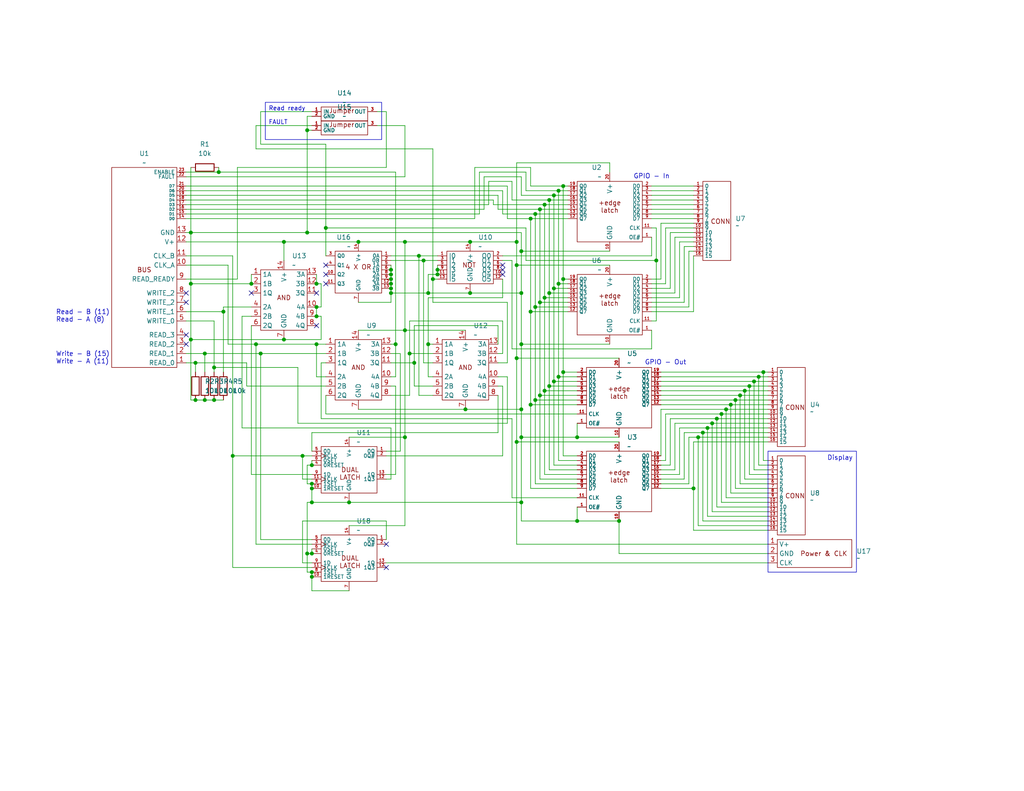
<source format=kicad_sch>
(kicad_sch (version 20231120) (generator "eeschema") (generator_version "8.0")
  (paper "USLetter")
  (lib_symbols
    (symbol "Device:R" (pin_numbers hide) (pin_names (offset 0))
      (property "Reference" "R" (at 2.032 0 90))
      (property "Value" "R" (at 0 0 90))
      (symbol "R_0_1"
        (rectangle (start -1.016 -2.54) (end 1.016 2.54) (stroke (width 0.254)))
      )
      (symbol "R_1_1"
        (pin passive line (at 0 3.81 270) (length 1.27) (name "~") (number "1"))
        (pin passive line (at 0 -3.81 90) (length 1.27) (name "~") (number "2"))
      )
    )
    (symbol "custom_symbol_lib:6xNOT"
      (property "Reference" "U" (at -2.032 -1.016 0))
      (symbol "6xNOT_0_1"
        (rectangle (start -6.35 5.08) (end 6.35 -3.81))
      )
      (symbol "6xNOT_1_1"
        (text "NOT" (at -0.254 1.27 0) (effects (font (size 1.27 1.27))))
        (pin input line (at -8.89 3.81 0) (length 2.54) (name "I0") (number "1"))
        (pin output line (at 8.89 -1.27 180) (length 2.54) (name "O4") (number "10"))
        (pin input line (at -8.89 -1.27 0) (length 2.54) (name "I4") (number "11"))
        (pin output line (at 8.89 -2.54 180) (length 2.54) (name "O5") (number "12"))
        (pin input line (at -8.89 -2.54 0) (length 2.54) (name "I5") (number "13"))
        (pin power_in line (at 0 7.62 270) (length 2.54) (name "V+") (number "14"))
        (pin output line (at 8.89 3.81 180) (length 2.54) (name "O0") (number "2"))
        (pin input line (at -8.89 2.54 0) (length 2.54) (name "I1") (number "3"))
        (pin output line (at 8.89 2.54 180) (length 2.54) (name "O1") (number "4"))
        (pin input line (at -8.89 1.27 0) (length 2.54) (name "I2") (number "5"))
        (pin output line (at 8.89 1.27 180) (length 2.54) (name "O2") (number "6"))
        (pin power_in line (at 0 -6.35 90) (length 2.54) (name "GND") (number "7"))
        (pin output line (at 8.89 0 180) (length 2.54) (name "03") (number "8"))
        (pin input line (at -8.89 0 0) (length 2.54) (name "I3") (number "9"))
      )
    )
    (symbol "custom_symbol_lib:bus_edge_connector"
      (property "Reference" "U" (at 0 -1.27 0))
      (symbol "bus_edge_connector_0_1"
        (rectangle (start -8.89 27.94) (end 8.89 -26.67))
      )
      (symbol "bus_edge_connector_1_1"
        (text "BUS" (at 0 1.27 0) (effects (font (size 1.27 1.27))))
        (pin bidirectional line (at -11.43 26.67 0) (length 2.54) (name "READ_0") (number "1"))
        (pin bidirectional line (at -11.43 0 0) (length 2.54) (name "CLK_A") (number "10"))
        (pin bidirectional line (at -11.43 -2.54 0) (length 2.54) (name "CLK_B") (number "11"))
        (pin power_out line (at -11.43 -6.35 0) (length 2.54) (name "V+") (number "12"))
        (pin power_out line (at -11.43 -8.89 0) (length 2.54) (name "GND") (number "13"))
        (pin bidirectional line (at -11.43 -12.7 0) (length 2.54) (name "D0") (number "14"))
        (pin bidirectional line (at -11.43 -13.97 0) (length 2.54) (name "D1") (number "15"))
        (pin bidirectional line (at -11.43 -15.24 0) (length 2.54) (name "D2") (number "16"))
        (pin bidirectional line (at -11.43 -16.51 0) (length 2.54) (name "D3") (number "17"))
        (pin bidirectional line (at -11.43 -17.78 0) (length 2.54) (name "D4") (number "18"))
        (pin bidirectional line (at -11.43 -19.05 0) (length 2.54) (name "D5") (number "19"))
        (pin bidirectional line (at -11.43 24.13 0) (length 2.54) (name "READ_1") (number "2"))
        (pin bidirectional line (at -11.43 -20.32 0) (length 2.54) (name "D6") (number "20"))
        (pin bidirectional line (at -11.43 -21.59 0) (length 2.54) (name "D7") (number "21"))
        (pin bidirectional line (at -11.43 -24.13 0) (length 2.54) (name "FAULT") (number "22"))
        (pin bidirectional line (at -11.43 -25.4 0) (length 2.54) (name "ENABLE") (number "23"))
        (pin bidirectional line (at -11.43 21.59 0) (length 2.54) (name "READ_2") (number "3"))
        (pin bidirectional line (at -11.43 19.05 0) (length 2.54) (name "READ_3") (number "4"))
        (pin bidirectional line (at -11.43 15.24 0) (length 2.54) (name "WRITE_0") (number "5"))
        (pin bidirectional line (at -11.43 12.7 0) (length 2.54) (name "WRITE_1") (number "6"))
        (pin bidirectional line (at -11.43 10.16 0) (length 2.54) (name "WRITE_2") (number "7"))
        (pin bidirectional line (at -11.43 7.62 0) (length 2.54) (name "WRITE_2") (number "8"))
        (pin bidirectional line (at -11.43 3.81 0) (length 2.54) (name "READ_READY") (number "9"))
      )
    )
    (symbol "custom_symbol_lib:connector_16_bit"
      (property "Reference" "U" (at 3.048 -2.032 0))
      (symbol "connector_16_bit_0_1"
        (rectangle (start -1.27 11.43) (end 6.35 -10.16))
      )
      (symbol "connector_16_bit_1_1"
        (text "CONN" (at 3.556 0.508 0) (effects (font (size 1.27 1.27))))
        (pin input line (at -3.81 10.16 0) (length 2.54) (name "0") (number "1"))
        (pin input line (at -3.81 -1.27 0) (length 2.54) (name "9") (number "10"))
        (pin input line (at -3.81 -2.54 0) (length 2.54) (name "10") (number "11"))
        (pin input line (at -3.81 -3.81 0) (length 2.54) (name "11") (number "12"))
        (pin input line (at -3.81 -5.08 0) (length 2.54) (name "12") (number "13"))
        (pin input line (at -3.81 -6.35 0) (length 2.54) (name "13") (number "14"))
        (pin input line (at -3.81 -7.62 0) (length 2.54) (name "14") (number "15"))
        (pin input line (at -3.81 -8.89 0) (length 2.54) (name "15") (number "16"))
        (pin input line (at -3.81 8.89 0) (length 2.54) (name "1") (number "2"))
        (pin input line (at -3.81 7.62 0) (length 2.54) (name "2") (number "3"))
        (pin input line (at -3.81 6.35 0) (length 2.54) (name "3") (number "4"))
        (pin input line (at -3.81 5.08 0) (length 2.54) (name "4") (number "5"))
        (pin input line (at -3.81 3.81 0) (length 2.54) (name "5") (number "6"))
        (pin input line (at -3.81 2.54 0) (length 2.54) (name "6") (number "7"))
        (pin input line (at -3.81 1.27 0) (length 2.54) (name "7") (number "8"))
        (pin input line (at -3.81 0 0) (length 2.54) (name "8") (number "9"))
      )
    )
    (symbol "custom_symbol_lib:dual_latch"
      (property "Reference" "U" (at 4.572 -5.08 0))
      (symbol "dual_latch_0_1"
        (rectangle (start -7.62 6.35) (end 7.62 -6.35))
      )
      (symbol "dual_latch_1_1"
        (text "DUAL\nLATCH" (at 0.254 -1.016 0) (effects (font (size 1.27 1.27))))
        (pin output line (at 10.16 5.08 180) (length 2.54) (name "0Q") (number "1"))
        (pin input line (at -10.16 -5.08 0) (length 2.54) (name "1RESET") (number "10"))
        (pin input clock (at -10.16 -2.54 0) (length 2.54) (name "1CLK") (number "11"))
        (pin output line (at 10.16 -2.54 180) (length 2.54) (name "1Q3") (number "12"))
        (pin output line (at 10.16 -1.27 180) (length 2.54) (name "1Q") (number "13"))
        (pin power_in line (at 0 8.89 270) (length 2.54) (name "V+") (number "14"))
        (pin output line (at 10.16 3.81 180) (length 2.54) (name "0Q#") (number "2"))
        (pin input clock (at -10.16 3.81 0) (length 2.54) (name "0CLK") (number "3"))
        (pin input line (at -10.16 1.27 0) (length 2.54) (name "0RESET") (number "4"))
        (pin input line (at -10.16 5.08 0) (length 2.54) (name "0D") (number "5"))
        (pin input line (at -10.16 2.54 0) (length 2.54) (name "0SET") (number "6"))
        (pin power_in line (at 0 -8.89 90) (length 2.54) (name "GND") (number "7"))
        (pin input line (at -10.16 -3.81 0) (length 2.54) (name "1SET") (number "8"))
        (pin input line (at -10.16 -1.27 0) (length 2.54) (name "1D") (number "9"))
      )
    )
    (symbol "custom_symbol_lib:jumper"
      (property "Reference" "U" (at -1.016 -1.524 0))
      (symbol "jumper_1_1"
        (rectangle (start -6.35 1.27) (end 6.35 -2.54))
        (text "Jumper" (at -0.762 0.254 0) (effects (font (size 1.27 1.27))))
        (pin input line (at -8.89 0 0) (length 2.54) (name "IN") (number "1"))
        (pin power_in line (at -8.89 -1.27 0) (length 2.54) (name "GND") (number "2"))
        (pin output line (at 8.89 0 180) (length 2.54) (name "OUT") (number "3"))
      )
    )
    (symbol "custom_symbol_lib:power_and_clk"
      (property "Reference" "U" (at 8.128 -2.286 0))
      (symbol "power_and_clk_0_1"
        (rectangle (start -8.89 3.81) (end 11.43 -3.81))
      )
      (symbol "power_and_clk_1_1"
        (text "Power & CLK" (at 3.81 0 0) (effects (font (size 1.27 1.27))))
        (pin power_in line (at -11.43 2.54 0) (length 2.54) (name "V+") (number "1"))
        (pin power_in line (at -11.43 0 0) (length 2.54) (name "GND") (number "2"))
        (pin bidirectional line (at -11.43 -2.54 0) (length 2.54) (name "CLK") (number "3"))
      )
    )
    (symbol "custom_symbol_lib:quad_OR"
      (property "Reference" "U" (at 0 0 0))
      (symbol "quad_OR_0_1"
        (rectangle (start -6.35 6.35) (end 6.35 -5.08))
      )
      (symbol "quad_OR_1_1"
        (text "4 X OR" (at 0 2.032 0) (effects (font (size 1.27 1.27))))
        (pin input line (at -8.89 5.08 0) (length 2.54) (name "0A") (number "1"))
        (pin output line (at 8.89 0 180) (length 2.54) (name "Q2") (number "10"))
        (pin output line (at 8.89 -2.54 180) (length 2.54) (name "Q3") (number "11"))
        (pin input line (at -8.89 -2.54 0) (length 2.54) (name "3A") (number "12"))
        (pin input line (at -8.89 -3.81 0) (length 2.54) (name "3B") (number "13"))
        (pin power_in line (at 0 8.89 270) (length 2.54) (name "V+") (number "14"))
        (pin input line (at -8.89 3.81 0) (length 2.54) (name "0B") (number "2"))
        (pin output line (at 8.89 5.08 180) (length 2.54) (name "Q0") (number "3"))
        (pin output line (at 8.89 2.54 180) (length 2.54) (name "Q1") (number "4"))
        (pin input line (at -8.89 2.54 0) (length 2.54) (name "1A") (number "5"))
        (pin input line (at -8.89 1.27 0) (length 2.54) (name "1B") (number "6"))
        (pin power_in line (at 0 -7.62 90) (length 2.54) (name "GND") (number "7"))
        (pin input line (at -8.89 0 0) (length 2.54) (name "2A") (number "8"))
        (pin input line (at -8.89 -1.27 0) (length 2.54) (name "2B") (number "9"))
      )
    )
    (symbol "custom_symbol_lib:quad_and"
      (property "Reference" "U" (at 0 -1.524 0))
      (symbol "quad_and_0_1"
        (rectangle (start -6.35 8.89) (end 6.35 -7.62))
      )
      (symbol "quad_and_1_1"
        (text "AND" (at 0 1.27 0) (effects (font (size 1.27 1.27))))
        (pin input line (at -8.89 7.62 0) (length 2.54) (name "1A") (number "1"))
        (pin input line (at 8.89 -1.27 180) (length 2.54) (name "4A") (number "10"))
        (pin output line (at 8.89 2.54 180) (length 2.54) (name "3Q") (number "11"))
        (pin input line (at 8.89 5.08 180) (length 2.54) (name "3B") (number "12"))
        (pin input line (at 8.89 7.62 180) (length 2.54) (name "3A") (number "13"))
        (pin power_in line (at 0 11.43 270) (length 2.54) (name "V+") (number "14"))
        (pin input line (at -8.89 5.08 0) (length 2.54) (name "1B") (number "2"))
        (pin output line (at -8.89 2.54 0) (length 2.54) (name "1Q") (number "3"))
        (pin input line (at -8.89 -1.27 0) (length 2.54) (name "2A") (number "4"))
        (pin input line (at -8.89 -3.81 0) (length 2.54) (name "2B") (number "5"))
        (pin output line (at -8.89 -6.35 0) (length 2.54) (name "2Q") (number "6"))
        (pin power_in line (at 0 -10.16 90) (length 2.54) (name "GND") (number "7"))
        (pin output line (at 8.89 -6.35 180) (length 2.54) (name "4Q") (number "8"))
        (pin input line (at 8.89 -3.81 180) (length 2.54) (name "4B") (number "9"))
      )
    )
    (symbol "custom_symbol_lib:rising_edge_8_bit_latch"
      (property "Reference" "U" (at 0 -1.016 0))
      (symbol "rising_edge_8_bit_latch_0_1"
        (rectangle (start -8.89 8.89) (end 8.89 -7.62))
      )
      (symbol "rising_edge_8_bit_latch_1_1"
        (text "+edge\nlatch" (at 0 2.032 0) (effects (font (size 1.27 1.27))))
        (pin input line (at -11.43 -6.35 0) (length 2.54) (name "OE#") (number "1"))
        (pin power_in line (at 0 -10.16 90) (length 2.54) (name "GND") (number "10"))
        (pin input line (at -11.43 -3.81 0) (length 2.54) (name "CLK") (number "11"))
        (pin output line (at 11.43 -1.27 180) (length 2.54) (name "Q7") (number "12"))
        (pin output line (at 11.43 0 180) (length 2.54) (name "Q6") (number "13"))
        (pin output line (at 11.43 1.27 180) (length 2.54) (name "Q5") (number "14"))
        (pin output line (at 11.43 2.54 180) (length 2.54) (name "Q4") (number "15"))
        (pin output line (at 11.43 3.81 180) (length 2.54) (name "Q3") (number "16"))
        (pin output line (at 11.43 5.08 180) (length 2.54) (name "Q2") (number "17"))
        (pin output line (at 11.43 6.35 180) (length 2.54) (name "Q1") (number "18"))
        (pin output line (at 11.43 7.62 180) (length 2.54) (name "Q0") (number "19"))
        (pin input line (at -11.43 7.62 0) (length 2.54) (name "D0") (number "2"))
        (pin power_in line (at 0 11.43 270) (length 2.54) (name "V+") (number "20"))
        (pin input line (at -11.43 6.35 0) (length 2.54) (name "D1") (number "3"))
        (pin input line (at -11.43 5.08 0) (length 2.54) (name "D2") (number "4"))
        (pin input line (at -11.43 3.81 0) (length 2.54) (name "D3") (number "5"))
        (pin input line (at -11.43 2.54 0) (length 2.54) (name "D4") (number "6"))
        (pin input line (at -11.43 1.27 0) (length 2.54) (name "D5") (number "7"))
        (pin input line (at -11.43 0 0) (length 2.54) (name "D6") (number "8"))
        (pin input line (at -11.43 -1.27 0) (length 2.54) (name "D7") (number "9"))
      )
    )
  )
  (junction (at 119.38 74.93))
  (junction (at 68.58 77.47))
  (junction (at 151.13 104.14))
  (junction (at 153.67 50.8))
  (junction (at 118.11 76.2))
  (junction (at 59.69 46.99))
  (junction (at 200.66 109.22))
  (junction (at 111.76 96.52))
  (junction (at 69.85 93.98))
  (junction (at 142.24 137.16))
  (junction (at 71.12 96.52))
  (junction (at 148.59 81.28))
  (junction (at 85.09 137.16))
  (junction (at 140.97 97.79))
  (junction (at 147.32 107.95))
  (junction (at 55.88 96.52))
  (junction (at 140.97 120.65))
  (junction (at 106.68 76.2))
  (junction (at 142.24 93.98))
  (junction (at 153.67 76.2))
  (junction (at 152.4 52.07))
  (junction (at 114.3 69.85))
  (junction (at 203.2 106.68))
  (junction (at 149.86 54.61))
  (junction (at 128.27 80.01))
  (junction (at 77.47 92.71))
  (junction (at 157.48 142.24))
  (junction (at 106.68 74.93))
  (junction (at 142.24 111.76))
  (junction (at 189.23 133.35))
  (junction (at 208.28 101.6))
  (junction (at 106.68 78.74))
  (junction (at 149.86 80.01))
  (junction (at 110.49 119.38))
  (junction (at 168.91 142.24))
  (junction (at 58.42 100.33))
  (junction (at 153.67 101.6))
  (junction (at 152.4 77.47))
  (junction (at 85.09 151.13))
  (junction (at 144.78 85.09))
  (junction (at 147.32 57.15))
  (junction (at 52.07 63.5))
  (junction (at 53.34 109.22))
  (junction (at 107.95 93.98))
  (junction (at 148.59 55.88))
  (junction (at 196.85 113.03))
  (junction (at 106.68 77.47))
  (junction (at 201.93 107.95))
  (junction (at 88.9 62.23))
  (junction (at 97.79 66.04))
  (junction (at 86.36 83.82))
  (junction (at 198.12 111.76))
  (junction (at 85.09 156.21))
  (junction (at 142.24 119.38))
  (junction (at 86.36 77.47))
  (junction (at 85.09 127))
  (junction (at 128.27 66.04))
  (junction (at 146.05 58.42))
  (junction (at 53.34 99.06))
  (junction (at 106.68 73.66))
  (junction (at 85.09 157.48))
  (junction (at 190.5 119.38))
  (junction (at 106.68 80.01))
  (junction (at 147.32 82.55))
  (junction (at 151.13 78.74))
  (junction (at 194.31 115.57))
  (junction (at 52.07 92.71))
  (junction (at 60.96 85.09))
  (junction (at 157.48 119.38))
  (junction (at 205.74 104.14))
  (junction (at 115.57 71.12))
  (junction (at 142.24 80.01))
  (junction (at 207.01 102.87))
  (junction (at 77.47 66.04))
  (junction (at 113.03 99.06))
  (junction (at 199.39 110.49))
  (junction (at 85.09 132.08))
  (junction (at 86.36 86.36))
  (junction (at 83.82 63.5))
  (junction (at 86.36 93.98))
  (junction (at 95.25 137.16))
  (junction (at 83.82 151.13))
  (junction (at 127 111.76))
  (junction (at 144.78 59.69))
  (junction (at 152.4 102.87))
  (junction (at 82.55 124.46))
  (junction (at 151.13 53.34))
  (junction (at 140.97 66.04))
  (junction (at 146.05 109.22))
  (junction (at 55.88 109.22))
  (junction (at 204.47 105.41))
  (junction (at 179.07 71.12))
  (junction (at 110.49 90.17))
  (junction (at 83.82 35.56))
  (junction (at 119.38 73.66))
  (junction (at 193.04 116.84))
  (junction (at 110.49 66.04))
  (junction (at 63.5 124.46))
  (junction (at 148.59 106.68))
  (junction (at 149.86 105.41))
  (junction (at 52.07 77.47))
  (junction (at 140.97 72.39))
  (junction (at 58.42 109.22))
  (junction (at 142.24 68.58))
  (junction (at 116.84 93.98))
  (junction (at 191.77 118.11))
  (junction (at 85.09 133.35))
  (junction (at 144.78 110.49))
  (junction (at 116.84 80.01))
  (junction (at 146.05 83.82))
  (junction (at 195.58 114.3))
  (no_connect (at 137.16 74.93))
  (no_connect (at 137.16 72.39))
  (no_connect (at 68.58 80.01))
  (no_connect (at 50.8 82.55))
  (no_connect (at 50.8 80.01))
  (no_connect (at 105.41 148.59))
  (no_connect (at 50.8 93.98))
  (no_connect (at 86.36 88.9))
  (no_connect (at 88.9 74.93))
  (no_connect (at 88.9 77.47))
  (no_connect (at 88.9 72.39))
  (no_connect (at 137.16 73.66))
  (no_connect (at 50.8 91.44))
  (no_connect (at 105.41 154.94))
  (no_connect (at 86.36 80.01))
  (wire (pts (xy 143.51 46.99) (xy 130.81 46.99)))
  (wire (pts (xy 85.09 132.08) (xy 85.09 133.35)))
  (wire (pts (xy 153.67 50.8) (xy 144.78 50.8)))
  (wire (pts (xy 106.68 107.95) (xy 111.76 107.95)))
  (wire (pts (xy 209.55 138.43) (xy 195.58 138.43)))
  (wire (pts (xy 180.34 107.95) (xy 201.93 107.95)))
  (wire (pts (xy 151.13 78.74) (xy 151.13 104.14)))
  (wire (pts (xy 144.78 85.09) (xy 144.78 59.69)))
  (wire (pts (xy 86.36 77.47) (xy 87.63 77.47)))
  (wire (pts (xy 184.15 64.77) (xy 184.15 80.01)))
  (wire (pts (xy 50.8 46.99) (xy 59.69 46.99)))
  (wire (pts (xy 63.5 154.94) (xy 85.09 154.94)))
  (wire (pts (xy 67.31 99.06) (xy 67.31 105.41)))
  (wire (pts (xy 109.22 96.52) (xy 106.68 96.52)))
  (wire (pts (xy 58.42 100.33) (xy 58.42 87.63)))
  (wire (pts (xy 185.42 116.84) (xy 193.04 116.84)))
  (wire (pts (xy 185.42 129.54) (xy 185.42 116.84)))
  (wire (pts (xy 138.43 99.06) (xy 138.43 82.55)))
  (wire (pts (xy 105.41 129.54) (xy 107.95 129.54)))
  (wire (pts (xy 88.9 62.23) (xy 88.9 39.37)))
  (wire (pts (xy 151.13 78.74) (xy 154.94 78.74)))
  (wire (pts (xy 177.8 54.61) (xy 189.23 54.61)))
  (wire (pts (xy 207.01 127) (xy 209.55 127)))
  (wire (pts (xy 191.77 142.24) (xy 209.55 142.24)))
  (wire (pts (xy 135.89 93.98) (xy 135.89 88.9)))
  (wire (pts (xy 58.42 87.63) (xy 50.8 87.63)))
  (wire (pts (xy 191.77 118.11) (xy 191.77 142.24)))
  (wire (pts (xy 147.32 130.81) (xy 147.32 107.95)))
  (wire (pts (xy 107.95 46.99) (xy 107.95 93.98)))
  (wire (pts (xy 180.34 109.22) (xy 200.66 109.22)))
  (wire (pts (xy 105.41 147.32) (xy 105.41 142.24)))
  (wire (pts (xy 143.51 52.07) (xy 143.51 46.99)))
  (wire (pts (xy 186.69 130.81) (xy 180.34 130.81)))
  (wire (pts (xy 106.68 80.01) (xy 106.68 82.55)))
  (wire (pts (xy 146.05 109.22) (xy 157.48 109.22)))
  (wire (pts (xy 106.68 116.84) (xy 66.04 116.84)))
  (wire (pts (xy 82.55 124.46) (xy 85.09 124.46)))
  (wire (pts (xy 82.55 153.67) (xy 85.09 153.67)))
  (wire (pts (xy 195.58 114.3) (xy 209.55 114.3)))
  (wire (pts (xy 149.86 54.61) (xy 139.7 54.61)))
  (wire (pts (xy 177.8 64.77) (xy 177.8 69.85)))
  (wire (pts (xy 152.4 102.87) (xy 157.48 102.87)))
  (wire (pts (xy 149.86 105.41) (xy 157.48 105.41)))
  (wire (pts (xy 146.05 58.42) (xy 154.94 58.42)))
  (wire (pts (xy 133.35 55.88) (xy 50.8 55.88)))
  (wire (pts (xy 203.2 106.68) (xy 209.55 106.68)))
  (wire (pts (xy 140.97 97.79) (xy 140.97 120.65)))
  (wire (pts (xy 189.23 68.58) (xy 187.96 68.58)))
  (wire (pts (xy 50.8 96.52) (xy 55.88 96.52)))
  (wire (pts (xy 148.59 55.88) (xy 148.59 81.28)))
  (wire (pts (xy 152.4 125.73) (xy 152.4 102.87)))
  (wire (pts (xy 194.31 115.57) (xy 184.15 115.57)))
  (wire (pts (xy 135.89 107.95) (xy 135.89 118.11)))
  (wire (pts (xy 181.61 113.03) (xy 181.61 125.73)))
  (wire (pts (xy 166.37 44.45) (xy 166.37 46.99)))
  (wire (pts (xy 157.48 142.24) (xy 168.91 142.24)))
  (wire (pts (xy 195.58 138.43) (xy 195.58 114.3)))
  (wire (pts (xy 200.66 133.35) (xy 200.66 109.22)))
  (wire (pts (xy 116.84 80.01) (xy 128.27 80.01)))
  (wire (pts (xy 207.01 102.87) (xy 207.01 127)))
  (wire (pts (xy 106.68 73.66) (xy 106.68 74.93)))
  (wire (pts (xy 142.24 80.01) (xy 142.24 93.98)))
  (wire (pts (xy 204.47 129.54) (xy 209.55 129.54)))
  (wire (pts (xy 86.36 83.82) (xy 86.36 86.36)))
  (wire (pts (xy 142.24 48.26) (xy 132.08 48.26)))
  (wire (pts (xy 153.67 101.6) (xy 153.67 124.46)))
  (wire (pts (xy 149.86 105.41) (xy 149.86 80.01)))
  (wire (pts (xy 209.55 135.89) (xy 198.12 135.89)))
  (wire (pts (xy 151.13 53.34) (xy 142.24 53.34)))
  (wire (pts (xy 63.5 69.85) (xy 63.5 124.46)))
  (wire (pts (xy 201.93 132.08) (xy 209.55 132.08)))
  (wire (pts (xy 50.8 63.5) (xy 52.07 63.5)))
  (wire (pts (xy 185.42 66.04) (xy 189.23 66.04)))
  (wire (pts (xy 144.78 110.49) (xy 144.78 85.09)))
  (wire (pts (xy 180.34 127) (xy 182.88 127)))
  (wire (pts (xy 67.31 105.41) (xy 88.9 105.41)))
  (wire (pts (xy 85.09 127) (xy 83.82 127)))
  (wire (pts (xy 119.38 73.66) (xy 119.38 74.93)))
  (wire (pts (xy 110.49 48.26) (xy 50.8 48.26)))
  (wire (pts (xy 52.07 63.5) (xy 83.82 63.5)))
  (wire (pts (xy 83.82 63.5) (xy 142.24 63.5)))
  (wire (pts (xy 88.9 39.37) (xy 71.12 39.37)))
  (wire (pts (xy 187.96 119.38) (xy 187.96 132.08)))
  (wire (pts (xy 88.9 62.23) (xy 88.9 69.85)))
  (wire (pts (xy 179.07 71.12) (xy 179.07 62.23)))
  (wire (pts (xy 146.05 83.82) (xy 154.94 83.82)))
  (wire (pts (xy 186.69 82.55) (xy 177.8 82.55)))
  (wire (pts (xy 113.03 105.41) (xy 118.11 105.41)))
  (wire (pts (xy 204.47 105.41) (xy 204.47 129.54)))
  (wire (pts (xy 58.42 100.33) (xy 81.28 100.33)))
  (wire (pts (xy 106.68 130.81) (xy 106.68 116.84)))
  (wire (pts (xy 179.07 62.23) (xy 177.8 62.23)))
  (wire (pts (xy 109.22 123.19) (xy 109.22 96.52)))
  (wire (pts (xy 146.05 132.08) (xy 157.48 132.08)))
  (wire (pts (xy 179.07 71.12) (xy 143.51 71.12)))
  (wire (pts (xy 142.24 142.24) (xy 157.48 142.24)))
  (wire (pts (xy 149.86 54.61) (xy 154.94 54.61)))
  (wire (pts (xy 149.86 128.27) (xy 149.86 105.41)))
  (wire (pts (xy 147.32 107.95) (xy 147.32 82.55)))
  (wire (pts (xy 157.48 128.27) (xy 149.86 128.27)))
  (wire (pts (xy 69.85 40.64) (xy 69.85 34.29)))
  (wire (pts (xy 148.59 106.68) (xy 157.48 106.68)))
  (wire (pts (xy 152.4 77.47) (xy 154.94 77.47)))
  (wire (pts (xy 177.8 81.28) (xy 185.42 81.28)))
  (wire (pts (xy 62.23 93.98) (xy 69.85 93.98)))
  (wire (pts (xy 107.95 102.87) (xy 106.68 102.87)))
  (wire (pts (xy 128.27 66.04) (xy 140.97 66.04)))
  (wire (pts (xy 137.16 58.42) (xy 137.16 52.07)))
  (wire (pts (xy 142.24 53.34) (xy 142.24 48.26)))
  (wire (pts (xy 153.67 50.8) (xy 154.94 50.8)))
  (wire (pts (xy 142.24 93.98) (xy 142.24 111.76)))
  (wire (pts (xy 191.77 118.11) (xy 186.69 118.11)))
  (wire (pts (xy 95.25 143.51) (xy 110.49 143.51)))
  (wire (pts (xy 146.05 109.22) (xy 146.05 132.08)))
  (wire (pts (xy 81.28 115.57) (xy 138.43 115.57)))
  (wire (pts (xy 137.16 81.28) (xy 116.84 81.28)))
  (wire (pts (xy 60.96 85.09) (xy 60.96 101.6)))
  (wire (pts (xy 142.24 93.98) (xy 166.37 93.98)))
  (wire (pts (xy 106.68 69.85) (xy 114.3 69.85)))
  (wire (pts (xy 143.51 62.23) (xy 88.9 62.23)))
  (wire (pts (xy 209.55 148.59) (xy 140.97 148.59)))
  (wire (pts (xy 58.42 109.22) (xy 55.88 109.22)))
  (wire (pts (xy 68.58 83.82) (xy 60.96 83.82)))
  (wire (pts (xy 114.3 107.95) (xy 118.11 107.95)))
  (wire (pts (xy 107.95 93.98) (xy 107.95 102.87)))
  (wire (pts (xy 138.43 50.8) (xy 50.8 50.8)))
  (wire (pts (xy 144.78 50.8) (xy 144.78 45.72)))
  (wire (pts (xy 87.63 77.47) (xy 87.63 83.82)))
  (wire (pts (xy 63.5 124.46) (xy 82.55 124.46)))
  (wire (pts (xy 118.11 40.64) (xy 118.11 76.2)))
  (wire (pts (xy 149.86 80.01) (xy 149.86 54.61)))
  (wire (pts (xy 97.79 66.04) (xy 110.49 66.04)))
  (wire (pts (xy 177.8 55.88) (xy 189.23 55.88)))
  (wire (pts (xy 148.59 106.68) (xy 148.59 129.54)))
  (wire (pts (xy 105.41 153.67) (xy 209.55 153.67)))
  (wire (pts (xy 53.34 99.06) (xy 67.31 99.06)))
  (wire (pts (xy 205.74 104.14) (xy 209.55 104.14)))
  (wire (pts (xy 189.23 144.78) (xy 189.23 133.35)))
  (wire (pts (xy 147.32 82.55) (xy 147.32 57.15)))
  (wire (pts (xy 83.82 156.21) (xy 85.09 156.21)))
  (wire (pts (xy 157.48 125.73) (xy 152.4 125.73)))
  (wire (pts (xy 102.87 34.29) (xy 110.49 34.29)))
  (wire (pts (xy 106.68 77.47) (xy 106.68 78.74)))
  (wire (pts (xy 209.55 130.81) (xy 203.2 130.81)))
  (wire (pts (xy 157.48 133.35) (xy 144.78 133.35)))
  (wire (pts (xy 177.8 69.85) (xy 137.16 69.85)))
  (wire (pts (xy 142.24 119.38) (xy 142.24 137.16)))
  (wire (pts (xy 199.39 110.49) (xy 199.39 134.62)))
  (wire (pts (xy 129.54 59.69) (xy 50.8 59.69)))
  (wire (pts (xy 83.82 127) (xy 83.82 132.08)))
  (wire (pts (xy 88.9 107.95) (xy 88.9 113.03)))
  (wire (pts (xy 180.34 104.14) (xy 205.74 104.14)))
  (wire (pts (xy 110.49 90.17) (xy 110.49 119.38)))
  (wire (pts (xy 209.55 133.35) (xy 200.66 133.35)))
  (wire (pts (xy 87.63 92.71) (xy 77.47 92.71)))
  (wire (pts (xy 147.32 57.15) (xy 154.94 57.15)))
  (wire (pts (xy 77.47 66.04) (xy 77.47 71.12)))
  (wire (pts (xy 71.12 30.48) (xy 85.09 30.48)))
  (wire (pts (xy 85.09 125.73) (xy 85.09 127)))
  (wire (pts (xy 110.49 66.04) (xy 110.49 90.17)))
  (wire (pts (xy 86.36 102.87) (xy 86.36 93.98)))
  (wire (pts (xy 85.09 157.48) (xy 85.09 161.29)))
  (wire (pts (xy 201.93 107.95) (xy 209.55 107.95)))
  (wire (pts (xy 168.91 151.13) (xy 168.91 142.24)))
  (wire (pts (xy 209.55 140.97) (xy 193.04 140.97)))
  (wire (pts (xy 105.41 30.48) (xy 105.41 45.72)))
  (wire (pts (xy 196.85 137.16) (xy 209.55 137.16)))
  (wire (pts (xy 180.34 76.2) (xy 180.34 60.96)))
  (wire (pts (xy 200.66 109.22) (xy 209.55 109.22)))
  (wire (pts (xy 53.34 109.22) (xy 52.07 109.22)))
  (wire (pts (xy 118.11 82.55) (xy 138.43 82.55)))
  (wire (pts (xy 107.95 105.41) (xy 106.68 105.41)))
  (wire (pts (xy 148.59 81.28) (xy 148.59 106.68)))
  (wire (pts (xy 119.38 72.39) (xy 119.38 73.66)))
  (wire (pts (xy 106.68 82.55) (xy 97.79 82.55)))
  (wire (pts (xy 85.09 147.32) (xy 71.12 147.32)))
  (wire (pts (xy 151.13 53.34) (xy 151.13 78.74)))
  (wire (pts (xy 82.55 142.24) (xy 82.55 153.67)))
  (wire (pts (xy 140.97 120.65) (xy 168.91 120.65)))
  (wire (pts (xy 151.13 104.14) (xy 151.13 127)))
  (wire (pts (xy 83.82 151.13) (xy 83.82 156.21)))
  (wire (pts (xy 151.13 104.14) (xy 157.48 104.14)))
  (wire (pts (xy 147.32 82.55) (xy 154.94 82.55)))
  (wire (pts (xy 52.07 92.71) (xy 52.07 77.47)))
  (wire (pts (xy 97.79 90.17) (xy 110.49 90.17)))
  (wire (pts (xy 64.77 45.72) (xy 64.77 76.2)))
  (wire (pts (xy 106.68 99.06) (xy 113.03 99.06)))
  (wire (pts (xy 82.55 124.46) (xy 82.55 130.81)))
  (wire (pts (xy 60.96 83.82) (xy 60.96 85.09)))
  (wire (pts (xy 166.37 44.45) (xy 140.97 44.45)))
  (wire (pts (xy 137.16 124.46) (xy 105.41 124.46)))
  (wire (pts (xy 140.97 97.79) (xy 168.91 97.79)))
  (wire (pts (xy 143.51 71.12) (xy 143.51 62.23)))
  (wire (pts (xy 139.7 95.25) (xy 139.7 71.12)))
  (wire (pts (xy 81.28 100.33) (xy 81.28 115.57)))
  (wire (pts (xy 66.04 86.36) (xy 68.58 86.36)))
  (wire (pts (xy 177.8 87.63) (xy 179.07 87.63)))
  (wire (pts (xy 107.95 129.54) (xy 107.95 105.41)))
  (wire (pts (xy 53.34 101.6) (xy 53.34 99.06)))
  (wire (pts (xy 187.96 83.82) (xy 177.8 83.82)))
  (wire (pts (xy 151.13 53.34) (xy 154.94 53.34)))
  (wire (pts (xy 153.67 76.2) (xy 153.67 101.6)))
  (wire (pts (xy 95.25 137.16) (xy 142.24 137.16)))
  (wire (pts (xy 133.35 49.53) (xy 133.35 55.88)))
  (wire (pts (xy 128.27 80.01) (xy 142.24 80.01)))
  (wire (pts (xy 66.04 116.84) (xy 66.04 86.36)))
  (wire (pts (xy 88.9 102.87) (xy 86.36 102.87)))
  (wire (pts (xy 182.88 78.74) (xy 182.88 63.5)))
  (wire (pts (xy 68.58 129.54) (xy 85.09 129.54)))
  (wire (pts (xy 83.82 151.13) (xy 83.82 137.16)))
  (wire (pts (xy 110.49 143.51) (xy 110.49 119.38)))
  (wire (pts (xy 106.68 78.74) (xy 106.68 80.01)))
  (wire (pts (xy 148.59 55.88) (xy 154.94 55.88)))
  (wire (pts (xy 140.97 66.04) (xy 140.97 72.39)))
  (wire (pts (xy 55.88 109.22) (xy 53.34 109.22)))
  (wire (pts (xy 157.48 130.81) (xy 147.32 130.81)))
  (wire (pts (xy 105.41 45.72) (xy 64.77 45.72)))
  (wire (pts (xy 177.8 59.69) (xy 189.23 59.69)))
  (wire (pts (xy 186.69 118.11) (xy 186.69 130.81)))
  (wire (pts (xy 181.61 62.23) (xy 181.61 77.47)))
  (wire (pts (xy 137.16 76.2) (xy 137.16 81.28)))
  (wire (pts (xy 139.7 71.12) (xy 137.16 71.12)))
  (wire (pts (xy 148.59 55.88) (xy 134.62 55.88)))
  (wire (pts (xy 180.34 111.76) (xy 198.12 111.76)))
  (wire (pts (xy 119.38 69.85) (xy 114.3 69.85)))
  (wire (pts (xy 137.16 87.63) (xy 111.76 87.63)))
  (wire (pts (xy 86.36 86.36) (xy 87.63 86.36)))
  (wire (pts (xy 130.81 58.42) (xy 50.8 58.42)))
  (wire (pts (xy 140.97 72.39) (xy 166.37 72.39)))
  (wire (pts (xy 201.93 107.95) (xy 201.93 132.08)))
  (wire (pts (xy 142.24 119.38) (xy 157.48 119.38)))
  (wire (pts (xy 113.03 99.06) (xy 113.03 105.41)))
  (wire (pts (xy 177.8 90.17) (xy 177.8 95.25)))
  (wire (pts (xy 152.4 52.07) (xy 154.94 52.07)))
  (wire (pts (xy 144.78 133.35) (xy 144.78 110.49)))
  (wire (pts (xy 87.63 99.06) (xy 88.9 99.06)))
  (wire (pts (xy 182.88 114.3) (xy 195.58 114.3)))
  (wire (pts (xy 140.97 148.59) (xy 140.97 120.65)))
  (wire (pts (xy 85.09 137.16) (xy 95.25 137.16)))
  (wire (pts (xy 190.5 143.51) (xy 190.5 119.38)))
  (wire (pts (xy 106.68 80.01) (xy 116.84 80.01)))
  (wire (pts (xy 157.48 113.03) (xy 88.9 113.03)))
  (wire (pts (xy 209.55 128.27) (xy 205.74 128.27)))
  (wire (pts (xy 199.39 110.49) (xy 209.55 110.49)))
  (wire (pts (xy 193.04 116.84) (xy 209.55 116.84)))
  (wire (pts (xy 116.84 74.93) (xy 116.84 80.01)))
  (wire (pts (xy 199.39 134.62) (xy 209.55 134.62)))
  (wire (pts (xy 111.76 96.52) (xy 118.11 96.52)))
  (wire (pts (xy 85.09 161.29) (xy 95.25 161.29)))
  (wire (pts (xy 181.61 77.47) (xy 177.8 77.47)))
  (wire (pts (xy 50.8 69.85) (xy 63.5 69.85)))
  (wire (pts (xy 63.5 124.46) (xy 63.5 154.94)))
  (wire (pts (xy 189.23 67.31) (xy 186.69 67.31)))
  (wire (pts (xy 184.15 115.57) (xy 184.15 128.27)))
  (wire (pts (xy 68.58 74.93) (xy 68.58 77.47)))
  (wire (pts (xy 87.63 83.82) (xy 86.36 83.82)))
  (wire (pts (xy 177.8 85.09) (xy 189.23 85.09)))
  (wire (pts (xy 189.23 133.35) (xy 189.23 120.65)))
  (wire (pts (xy 111.76 87.63) (xy 111.76 96.52)))
  (wire (pts (xy 180.34 102.87) (xy 207.01 102.87)))
  (wire (pts (xy 147.32 107.95) (xy 157.48 107.95)))
  (wire (pts (xy 198.12 135.89) (xy 198.12 111.76)))
  (wire (pts (xy 153.67 76.2) (xy 154.94 76.2)))
  (wire (pts (xy 209.55 125.73) (xy 208.28 125.73)))
  (wire (pts (xy 86.36 93.98) (xy 88.9 93.98)))
  (wire (pts (xy 83.82 35.56) (xy 83.82 63.5)))
  (wire (pts (xy 137.16 105.41) (xy 137.16 124.46)))
  (wire (pts (xy 147.32 57.15) (xy 135.89 57.15)))
  (wire (pts (xy 59.69 46.99) (xy 107.95 46.99)))
  (wire (pts (xy 83.82 31.75) (xy 83.82 35.56)))
  (wire (pts (xy 110.49 119.38) (xy 95.25 119.38)))
  (wire (pts (xy 144.78 85.09) (xy 154.94 85.09)))
  (wire (pts (xy 83.82 137.16) (xy 85.09 137.16)))
  (wire (pts (xy 186.69 67.31) (xy 186.69 82.55)))
  (wire (pts (xy 58.42 101.6) (xy 58.42 100.33)))
  (wire (pts (xy 106.68 72.39) (xy 106.68 73.66)))
  (wire (pts (xy 110.49 34.29) (xy 110.49 48.26)))
  (wire (pts (xy 85.09 118.11) (xy 85.09 123.19)))
  (wire (pts (xy 111.76 107.95) (xy 111.76 96.52)))
  (wire (pts (xy 209.55 115.57) (xy 194.31 115.57)))
  (wire (pts (xy 146.05 58.42) (xy 146.05 83.82)))
  (wire (pts (xy 142.24 111.76) (xy 142.24 119.38)))
  (wire (pts (xy 85.09 148.59) (xy 69.85 148.59)))
  (wire (pts (xy 134.62 55.88) (xy 134.62 54.61)))
  (wire (pts (xy 153.67 50.8) (xy 153.67 76.2)))
  (wire (pts (xy 144.78 59.69) (xy 138.43 59.69)))
  (wire (pts (xy 106.68 76.2) (xy 106.68 77.47)))
  (wire (pts (xy 113.03 88.9) (xy 113.03 99.06)))
  (wire (pts (xy 177.8 78.74) (xy 182.88 78.74)))
  (wire (pts (xy 182.88 63.5) (xy 189.23 63.5)))
  (wire (pts (xy 132.08 48.26) (xy 132.08 57.15)))
  (wire (pts (xy 77.47 66.04) (xy 97.79 66.04)))
  (wire (pts (xy 139.7 54.61) (xy 139.7 49.53)))
  (wire (pts (xy 209.55 151.13) (xy 168.91 151.13)))
  (wire (pts (xy 144.78 59.69) (xy 154.94 59.69)))
  (wire (pts (xy 209.55 143.51) (xy 190.5 143.51)))
  (wire (pts (xy 177.8 57.15) (xy 189.23 57.15)))
  (wire (pts (xy 157.48 119.38) (xy 168.91 119.38)))
  (wire (pts (xy 71.12 39.37) (xy 71.12 30.48)))
  (wire (pts (xy 86.36 74.93) (xy 86.36 77.47)))
  (wire (pts (xy 177.8 95.25) (xy 139.7 95.25)))
  (wire (pts (xy 119.38 71.12) (xy 115.57 71.12)))
  (wire (pts (xy 146.05 58.42) (xy 137.16 58.42)))
  (wire (pts (xy 116.84 93.98) (xy 116.84 102.87)))
  (wire (pts (xy 71.12 96.52) (xy 88.9 96.52)))
  (wire (pts (xy 209.55 113.03) (xy 196.85 113.03)))
  (wire (pts (xy 189.23 64.77) (xy 184.15 64.77)))
  (wire (pts (xy 87.63 114.3) (xy 139.7 114.3)))
  (wire (pts (xy 50.8 72.39) (xy 62.23 72.39)))
  (wire (pts (xy 69.85 148.59) (xy 69.85 93.98)))
  (wire (pts (xy 189.23 120.65) (xy 209.55 120.65)))
  (wire (pts (xy 52.07 77.47) (xy 68.58 77.47)))
  (wire (pts (xy 196.85 113.03) (xy 181.61 113.03)))
  (wire (pts (xy 138.43 115.57) (xy 138.43 102.87)))
  (wire (pts (xy 97.79 111.76) (xy 127 111.76)))
  (wire (pts (xy 71.12 147.32) (xy 71.12 96.52)))
  (wire (pts (xy 50.8 66.04) (xy 77.47 66.04)))
  (wire (pts (xy 203.2 130.81) (xy 203.2 106.68)))
  (wire (pts (xy 193.04 140.97) (xy 193.04 116.84)))
  (wire (pts (xy 105.41 123.19) (xy 109.22 123.19)))
  (wire (pts (xy 142.24 63.5) (xy 142.24 68.58)))
  (wire (pts (xy 106.68 74.93) (xy 106.68 76.2)))
  (wire (pts (xy 135.89 118.11) (xy 85.09 118.11)))
  (wire (pts (xy 138.43 102.87) (xy 135.89 102.87)))
  (wire (pts (xy 187.96 68.58) (xy 187.96 83.82)))
  (wire (pts (xy 83.82 35.56) (xy 85.09 35.56)))
  (wire (pts (xy 87.63 86.36) (xy 87.63 92.71)))
  (wire (pts (xy 50.8 99.06) (xy 53.34 99.06)))
  (wire (pts (xy 137.16 52.07) (xy 50.8 52.07)))
  (wire (pts (xy 135.89 105.41) (xy 137.16 105.41)))
  (wire (pts (xy 177.8 50.8) (xy 189.23 50.8)))
  (wire (pts (xy 204.47 105.41) (xy 209.55 105.41)))
  (wire (pts (xy 110.49 66.04) (xy 128.27 66.04)))
  (wire (pts (xy 144.78 45.72) (xy 129.54 45.72)))
  (wire (pts (xy 107.95 93.98) (xy 106.68 93.98)))
  (wire (pts (xy 106.68 71.12) (xy 115.57 71.12)))
  (wire (pts (xy 142.24 68.58) (xy 142.24 80.01)))
  (wire (pts (xy 157.48 115.57) (xy 157.48 119.38)))
  (wire (pts (xy 118.11 76.2) (xy 119.38 76.2)))
  (wire (pts (xy 152.4 52.07) (xy 143.51 52.07)))
  (wire (pts (xy 135.89 57.15) (xy 135.89 53.34)))
  (wire (pts (xy 139.7 135.89) (xy 139.7 114.3)))
  (wire (pts (xy 205.74 128.27) (xy 205.74 104.14)))
  (wire (pts (xy 116.84 102.87) (xy 118.11 102.87)))
  (wire (pts (xy 138.43 59.69) (xy 138.43 50.8)))
  (wire (pts (xy 140.97 72.39) (xy 140.97 97.79)))
  (wire (pts (xy 130.81 46.99) (xy 130.81 58.42)))
  (wire (pts (xy 140.97 44.45) (xy 140.97 66.04)))
  (wire (pts (xy 135.89 96.52) (xy 137.16 96.52)))
  (wire (pts (xy 59.69 46.99) (xy 59.69 45.72)))
  (wire (pts (xy 209.55 144.78) (xy 189.23 144.78)))
  (wire (pts (xy 85.09 151.13) (xy 83.82 151.13)))
  (wire (pts (xy 69.85 93.98) (xy 86.36 93.98)))
  (wire (pts (xy 105.41 130.81) (xy 106.68 130.81)))
  (wire (pts (xy 194.31 115.57) (xy 194.31 139.7)))
  (wire (pts (xy 184.15 128.27) (xy 180.34 128.27)))
  (wire (pts (xy 190.5 119.38) (xy 187.96 119.38)))
  (wire (pts (xy 50.8 85.09) (xy 60.96 85.09)))
  (wire (pts (xy 60.96 109.22) (xy 58.42 109.22)))
  (wire (pts (xy 129.54 45.72) (xy 129.54 59.69)))
  (wire (pts (xy 148.59 81.28) (xy 154.94 81.28)))
  (wire (pts (xy 166.37 68.58) (xy 142.24 68.58)))
  (wire (pts (xy 55.88 96.52) (xy 71.12 96.52)))
  (wire (pts (xy 180.34 105.41) (xy 204.47 105.41)))
  (wire (pts (xy 116.84 93.98) (xy 118.11 93.98)))
  (wire (pts (xy 180.34 110.49) (xy 199.39 110.49)))
  (wire (pts (xy 207.01 102.87) (xy 209.55 102.87)))
  (wire (pts (xy 189.23 85.09) (xy 189.23 69.85)))
  (wire (pts (xy 181.61 125.73) (xy 180.34 125.73)))
  (wire (pts (xy 52.07 45.72) (xy 52.07 63.5)))
  (wire (pts (xy 115.57 71.12) (xy 115.57 99.06)))
  (wire (pts (xy 85.09 31.75) (xy 83.82 31.75)))
  (wire (pts (xy 85.09 133.35) (xy 85.09 137.16)))
  (wire (pts (xy 180.34 106.68) (xy 203.2 106.68)))
  (wire (pts (xy 135.89 88.9) (xy 113.03 88.9)))
  (wire (pts (xy 194.31 139.7) (xy 209.55 139.7)))
  (wire (pts (xy 209.55 119.38) (xy 190.5 119.38)))
  (wire (pts (xy 87.63 99.06) (xy 87.63 114.3)))
  (wire (pts (xy 152.4 77.47) (xy 152.4 52.07)))
  (wire (pts (xy 187.96 132.08) (xy 180.34 132.08)))
  (wire (pts (xy 85.09 149.86) (xy 85.09 151.13)))
  (wire (pts (xy 133.35 49.53) (xy 139.7 49.53)))
  (wire (pts (xy 177.8 53.34) (xy 189.23 53.34)))
  (wire (pts (xy 64.77 76.2) (xy 50.8 76.2)))
  (wire (pts (xy 153.67 101.6) (xy 157.48 101.6)))
  (wire (pts (xy 180.34 129.54) (xy 185.42 129.54)))
  (wire (pts (xy 152.4 102.87) (xy 152.4 77.47)))
  (wire (pts (xy 182.88 127) (xy 182.88 114.3)))
  (wire (pts (xy 151.13 127) (xy 157.48 127)))
  (wire (pts (xy 52.07 109.22) (xy 52.07 92.71)))
  (wire (pts (xy 52.07 92.71) (xy 77.47 92.71)))
  (wire (pts (xy 177.8 58.42) (xy 189.23 58.42)))
  (wire (pts (xy 69.85 34.29) (xy 85.09 34.29)))
  (wire (pts (xy 55.88 96.52) (xy 55.88 101.6)))
  (wire (pts (xy 114.3 69.85) (xy 114.3 107.95)))
  (wire (pts (xy 179.07 87.63) (xy 179.07 71.12)))
  (wire (pts (xy 127 111.76) (xy 142.24 111.76)))
  (wire (pts (xy 110.49 90.17) (xy 127 90.17)))
  (wire (pts (xy 196.85 113.03) (xy 196.85 137.16)))
  (wire (pts (xy 68.58 88.9) (xy 68.58 129.54)))
  (wire (pts (xy 208.28 101.6) (xy 208.28 125.73)))
  (wire (pts (xy 85.09 156.21) (xy 85.09 157.48)))
  (wire (pts (xy 142.24 137.16) (xy 142.24 142.24)))
  (wire (pts (xy 157.48 138.43) (xy 157.48 142.24)))
  (wire (pts (xy 135.89 99.06) (xy 138.43 99.06)))
  (wire (pts (xy 115.57 99.06) (xy 118.11 99.06)))
  (wire (pts (xy 180.34 60.96) (xy 189.23 60.96)))
  (wire (pts (xy 189.23 62.23) (xy 181.61 62.23)))
  (wire (pts (xy 209.55 118.11) (xy 191.77 118.11)))
  (wire (pts (xy 102.87 30.48) (xy 105.41 30.48)))
  (wire (pts (xy 105.41 142.24) (xy 82.55 142.24)))
  (wire (pts (xy 135.89 53.34) (xy 50.8 53.34)))
  (wire (pts (xy 184.15 80.01) (xy 177.8 80.01)))
  (wire (pts (xy 116.84 81.28) (xy 116.84 93.98)))
  (wire (pts (xy 82.55 130.81) (xy 85.09 130.81)))
  (wire (pts (xy 177.8 76.2) (xy 180.34 76.2)))
  (wire (pts (xy 118.11 40.64) (xy 69.85 40.64)))
  (wire (pts (xy 144.78 110.49) (xy 157.48 110.49)))
  (wire (pts (xy 157.48 135.89) (xy 139.7 135.89)))
  (wire (pts (xy 208.28 101.6) (xy 209.55 101.6)))
  (wire (pts (xy 52.07 77.47) (xy 52.07 63.5)))
  (wire (pts (xy 180.34 101.6) (xy 208.28 101.6)))
  (wire (pts (xy 134.62 54.61) (xy 50.8 54.61)))
  (wire (pts (xy 119.38 74.93) (xy 116.84 74.93)))
  (wire (pts (xy 149.86 80.01) (xy 154.94 80.01)))
  (wire (pts (xy 198.12 111.76) (xy 209.55 111.76)))
  (wire (pts (xy 180.34 124.46) (xy 180.34 111.76)))
  (wire (pts (xy 180.34 133.35) (xy 189.23 133.35)))
  (wire (pts (xy 185.42 81.28) (xy 185.42 66.04)))
  (wire (pts (xy 62.23 72.39) (xy 62.23 93.98)))
  (wire (pts (xy 83.82 132.08) (xy 85.09 132.08)))
  (wire (pts (xy 132.08 57.15) (xy 50.8 57.15)))
  (wire (pts (xy 146.05 83.82) (xy 146.05 109.22)))
  (wire (pts (xy 118.11 82.55) (xy 118.11 76.2)))
  (wire (pts (xy 153.67 124.46) (xy 157.48 124.46)))
  (wire (pts (xy 177.8 52.07) (xy 189.23 52.07)))
  (wire (pts (xy 137.16 96.52) (xy 137.16 87.63)))
  (wire (pts (xy 148.59 129.54) (xy 157.48 129.54)))
  (text_box "Read ready\n\nFAULT" (at 72.39 27.94 0) (size 31.75 10.16) (effects (font (size 1.1684 1.1684)) (justify left top)))
  (text_box "Display" (at 209.55 123.19 0) (size 24.13 33.02) (effects (font (size 1.27 1.27)) (justify right top)))
  (text "Read - B (11)\nRead - A (8)" (at 15.24 86.36 0) (effects (font (size 1.27 1.27)) (justify left)))
  (text "GPIO - Out" (at 181.61 99.06 0) (effects (font (size 1.27 1.27))))
  (text "GPIO - In" (at 177.8 48.26 0) (effects (font (size 1.27 1.27))))
  (text "Write - B (15)\nWrite - A (11)" (at 15.24 97.79 0) (effects (font (size 1.27 1.27)) (justify left)))
  (symbol (lib_id "Device:R") (at 58.42 105.41 0) (unit 1)
    (property "Reference" "R4" (at 60.96 104.1399 0) (effects (justify left)))
    (property "Value" "10k" (at 60.96 106.6799 0) (effects (justify left)))
    (property "Footprint" "custom_footprint_library:0.4_pitch_resistor" (effects (hide yes)))
    (property "Description" "Resistor" (effects (hide yes)))
  )
  (symbol (lib_id "custom_symbol_lib:dual_latch") (at 95.25 152.4 0) (unit 1)
    (property "Reference" "U18" (at 97.2694 142.24 0) (effects (justify left)))
    (property "Value" "~" (at 97.2694 144.78 0) (effects (justify left)))
    (property "Footprint" "Package_DIP:DIP-14_W7.62mm" (effects (hide yes)))
    (property "Datasheet" "https://www.ti.com/lit/ds/symlink/cd4013b.pdf?HQS=dis-dk-null-digikeymode-dsf-pf-null-wwe&ts=1717714412964&ref_url=https%253A%252F%252Fwww.ti.com%252Fgeneral%252Fdocs%252Fsuppproductinfo.tsp%253FdistId%253D10%2526gotoUrl%253Dhttps%253A%252F%252Fwww.ti.com%252Flit%252Fgpn%252Fcd4013b" (effects (hide yes)))
  )
  (symbol (lib_id "custom_symbol_lib:connector_16_bit") (at 213.36 111.76 0) (unit 1)
    (property "Reference" "U4" (at 220.98 110.4899 0) (effects (justify left)))
    (property "Value" "~" (at 220.98 112.395 0) (effects (justify left)))
    (property "Footprint" "Connector_PinHeader_2.54mm:PinHeader_1x16_P2.54mm_Vertical" (effects (hide yes)))
  )
  (symbol (lib_id "custom_symbol_lib:rising_edge_8_bit_latch") (at 166.37 83.82 0) (mirror y) (unit 1)
    (property "Reference" "U6" (at 164.1759 71.12 0) (effects (justify left)))
    (property "Value" "~" (at 164.1759 73.66 0) (effects (justify left)))
    (property "Footprint" "Package_DIP:DIP-20_W7.62mm" (effects (hide yes)))
  )
  (symbol (lib_id "custom_symbol_lib:rising_edge_8_bit_latch") (at 168.91 132.08 0) (unit 1)
    (property "Reference" "U3" (at 171.1041 119.38 0) (effects (justify left)))
    (property "Value" "~" (at 171.1041 121.92 0) (effects (justify left)))
    (property "Footprint" "Package_DIP:DIP-20_W7.62mm" (effects (hide yes)))
  )
  (symbol (lib_id "custom_symbol_lib:power_and_clk") (at 220.98 151.13 0) (unit 1)
    (property "Reference" "U17" (at 233.68 150.4949 0) (effects (justify left)))
    (property "Value" "~" (at 233.68 152.4 0) (effects (justify left)))
    (property "Footprint" "Connector_PinHeader_2.54mm:PinHeader_1x03_P2.54mm_Vertical" (effects (hide yes)))
  )
  (symbol (lib_id "custom_symbol_lib:connector_16_bit") (at 193.04 60.96 0) (unit 1)
    (property "Reference" "U7" (at 200.66 59.6899 0) (effects (justify left)))
    (property "Value" "~" (at 200.66 61.595 0) (effects (justify left)))
    (property "Footprint" "Connector_PinHeader_2.54mm:PinHeader_1x16_P2.54mm_Vertical" (effects (hide yes)))
  )
  (symbol (lib_id "custom_symbol_lib:quad_OR") (at 97.79 74.93 0) (mirror y) (unit 1)
    (property "Reference" "U16" (at 95.7706 64.77 0) (effects (justify left)))
    (property "Value" "~" (at 95.7706 67.31 0) (effects (justify left)))
    (property "Footprint" "Package_DIP:DIP-14_W7.62mm" (effects (hide yes)))
  )
  (symbol (lib_id "Device:R") (at 53.34 105.41 0) (unit 1)
    (property "Reference" "R2" (at 55.88 104.1399 0) (effects (justify left)))
    (property "Value" "10k" (at 55.88 106.6799 0) (effects (justify left)))
    (property "Footprint" "custom_footprint_library:0.4_pitch_resistor" (effects (hide yes)))
    (property "Description" "Resistor" (effects (hide yes)))
  )
  (symbol (lib_id "Device:R") (at 60.96 105.41 0) (unit 1)
    (property "Reference" "R5" (at 63.5 104.1399 0) (effects (justify left)))
    (property "Value" "10k" (at 63.5 106.6799 0) (effects (justify left)))
    (property "Footprint" "custom_footprint_library:0.4_pitch_resistor" (effects (hide yes)))
    (property "Description" "Resistor" (effects (hide yes)))
  )
  (symbol (lib_id "Device:R") (at 55.88 105.41 0) (unit 1)
    (property "Reference" "R3" (at 58.42 104.1399 0) (effects (justify left)))
    (property "Value" "10k" (at 58.42 106.6799 0) (effects (justify left)))
    (property "Footprint" "custom_footprint_library:0.4_pitch_resistor" (effects (hide yes)))
    (property "Description" "Resistor" (effects (hide yes)))
  )
  (symbol (lib_id "custom_symbol_lib:rising_edge_8_bit_latch") (at 168.91 109.22 0) (unit 1)
    (property "Reference" "U5" (at 171.1041 96.52 0) (effects (justify left)))
    (property "Value" "~" (at 171.1041 99.06 0) (effects (justify left)))
    (property "Footprint" "Package_DIP:DIP-20_W7.62mm" (effects (hide yes)))
  )
  (symbol (lib_id "custom_symbol_lib:quad_and") (at 127 101.6 0) (unit 1)
    (property "Reference" "U12" (at 129.1941 88.9 0) (effects (justify left)))
    (property "Value" "~" (at 129.1941 91.44 0) (effects (justify left)))
    (property "Footprint" "Package_DIP:DIP-14_W7.62mm" (effects (hide yes)))
  )
  (symbol (lib_id "custom_symbol_lib:quad_and") (at 77.47 82.55 0) (unit 1)
    (property "Reference" "U13" (at 79.6641 69.85 0) (effects (justify left)))
    (property "Value" "~" (at 79.6641 72.39 0) (effects (justify left)))
    (property "Footprint" "Package_DIP:DIP-14_W7.62mm" (effects (hide yes)))
  )
  (symbol (lib_id "custom_symbol_lib:connector_16_bit") (at 213.36 135.89 0) (unit 1)
    (property "Reference" "U8" (at 220.98 134.6199 0) (effects (justify left)))
    (property "Value" "~" (at 220.98 136.525 0) (effects (justify left)))
    (property "Footprint" "Connector_PinHeader_2.54mm:PinHeader_1x16_P2.54mm_Vertical" (effects (hide yes)))
  )
  (symbol (lib_id "custom_symbol_lib:quad_and") (at 97.79 101.6 0) (unit 1)
    (property "Reference" "U9" (at 99.9841 88.9 0) (effects (justify left)))
    (property "Value" "~" (at 99.9841 91.44 0) (effects (justify left)))
    (property "Footprint" "Package_DIP:DIP-14_W7.62mm" (effects (hide yes)))
  )
  (symbol (lib_id "custom_symbol_lib:rising_edge_8_bit_latch") (at 166.37 58.42 0) (mirror y) (unit 1)
    (property "Reference" "U2" (at 164.1759 45.72 0) (effects (justify left)))
    (property "Value" "~" (at 164.1759 48.26 0) (effects (justify left)))
    (property "Footprint" "Package_DIP:DIP-20_W7.62mm" (effects (hide yes)))
  )
  (symbol (lib_id "Device:R") (at 55.88 45.72 90) (unit 1)
    (property "Reference" "R1" (at 55.88 39.37 90))
    (property "Value" "10k" (at 55.88 41.91 90))
    (property "Footprint" "custom_footprint_library:0.4_pitch_resistor" (effects (hide yes)))
    (property "Description" "Resistor" (effects (hide yes)))
  )
  (symbol (lib_id "custom_symbol_lib:jumper") (at 93.98 34.29 0) (unit 1)
    (property "Reference" "U15" (at 93.98 29.21 0))
    (property "Value" "~" (at 93.98 31.75 0))
    (property "Footprint" "custom_footprint_library:jumper" (effects (hide yes)))
  )
  (symbol (lib_id "custom_symbol_lib:dual_latch") (at 95.25 128.27 0) (unit 1)
    (property "Reference" "U11" (at 97.2694 118.11 0) (effects (justify left)))
    (property "Value" "~" (at 97.2694 120.65 0) (effects (justify left)))
    (property "Footprint" "Package_DIP:DIP-14_W7.62mm" (effects (hide yes)))
    (property "Datasheet" "https://www.ti.com/lit/ds/symlink/cd4013b.pdf?HQS=dis-dk-null-digikeymode-dsf-pf-null-wwe&ts=1717714412964&ref_url=https%253A%252F%252Fwww.ti.com%252Fgeneral%252Fdocs%252Fsuppproductinfo.tsp%253FdistId%253D10%2526gotoUrl%253Dhttps%253A%252F%252Fwww.ti.com%252Flit%252Fgpn%252Fcd4013b" (effects (hide yes)))
  )
  (symbol (lib_id "custom_symbol_lib:jumper") (at 93.98 30.48 0) (unit 1)
    (property "Reference" "U14" (at 93.98 25.4 0))
    (property "Value" "~" (at 93.98 27.94 0))
    (property "Footprint" "custom_footprint_library:jumper" (effects (hide yes)))
  )
  (symbol (lib_id "custom_symbol_lib:bus_edge_connector") (at 39.37 72.39 180) (unit 1)
    (property "Reference" "U1" (at 39.37 41.91 0))
    (property "Value" "~" (at 39.37 44.45 0))
    (property "Footprint" "Connector_PinHeader_2.54mm:PinHeader_1x23_P2.54mm_Vertical" (effects (hide yes)))
  )
  (symbol (lib_id "custom_symbol_lib:6xNOT") (at 128.27 73.66 0) (unit 1)
    (property "Reference" "U10" (at 130.4641 64.77 0) (effects (justify left)))
    (property "Value" "~" (at 130.4641 67.31 0) (effects (justify left)))
    (property "Footprint" "Package_DIP:DIP-14_W7.62mm" (effects (hide yes)))
  )
)
</source>
